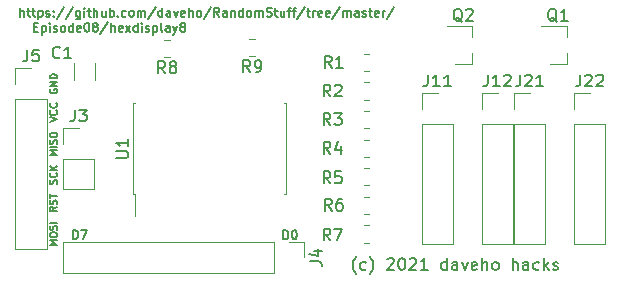
<source format=gbr>
%TF.GenerationSoftware,KiCad,Pcbnew,5.1.10-88a1d61d58~88~ubuntu20.04.1*%
%TF.CreationDate,2021-05-20T12:50:06-04:00*%
%TF.ProjectId,hexdisplay8,68657864-6973-4706-9c61-79382e6b6963,rev?*%
%TF.SameCoordinates,Original*%
%TF.FileFunction,Legend,Top*%
%TF.FilePolarity,Positive*%
%FSLAX46Y46*%
G04 Gerber Fmt 4.6, Leading zero omitted, Abs format (unit mm)*
G04 Created by KiCad (PCBNEW 5.1.10-88a1d61d58~88~ubuntu20.04.1) date 2021-05-20 12:50:06*
%MOMM*%
%LPD*%
G01*
G04 APERTURE LIST*
%ADD10C,0.150000*%
%ADD11C,0.120000*%
G04 APERTURE END LIST*
D10*
X140371428Y-118942857D02*
X139771428Y-118942857D01*
X140200000Y-118742857D01*
X139771428Y-118542857D01*
X140371428Y-118542857D01*
X139771428Y-118142857D02*
X139771428Y-118028571D01*
X139800000Y-117971428D01*
X139857142Y-117914285D01*
X139971428Y-117885714D01*
X140171428Y-117885714D01*
X140285714Y-117914285D01*
X140342857Y-117971428D01*
X140371428Y-118028571D01*
X140371428Y-118142857D01*
X140342857Y-118200000D01*
X140285714Y-118257142D01*
X140171428Y-118285714D01*
X139971428Y-118285714D01*
X139857142Y-118257142D01*
X139800000Y-118200000D01*
X139771428Y-118142857D01*
X140342857Y-117657142D02*
X140371428Y-117571428D01*
X140371428Y-117428571D01*
X140342857Y-117371428D01*
X140314285Y-117342857D01*
X140257142Y-117314285D01*
X140200000Y-117314285D01*
X140142857Y-117342857D01*
X140114285Y-117371428D01*
X140085714Y-117428571D01*
X140057142Y-117542857D01*
X140028571Y-117600000D01*
X140000000Y-117628571D01*
X139942857Y-117657142D01*
X139885714Y-117657142D01*
X139828571Y-117628571D01*
X139800000Y-117600000D01*
X139771428Y-117542857D01*
X139771428Y-117400000D01*
X139800000Y-117314285D01*
X140371428Y-117057142D02*
X139771428Y-117057142D01*
X140371428Y-115728571D02*
X140085714Y-115928571D01*
X140371428Y-116071428D02*
X139771428Y-116071428D01*
X139771428Y-115842857D01*
X139800000Y-115785714D01*
X139828571Y-115757142D01*
X139885714Y-115728571D01*
X139971428Y-115728571D01*
X140028571Y-115757142D01*
X140057142Y-115785714D01*
X140085714Y-115842857D01*
X140085714Y-116071428D01*
X140342857Y-115500000D02*
X140371428Y-115414285D01*
X140371428Y-115271428D01*
X140342857Y-115214285D01*
X140314285Y-115185714D01*
X140257142Y-115157142D01*
X140200000Y-115157142D01*
X140142857Y-115185714D01*
X140114285Y-115214285D01*
X140085714Y-115271428D01*
X140057142Y-115385714D01*
X140028571Y-115442857D01*
X140000000Y-115471428D01*
X139942857Y-115500000D01*
X139885714Y-115500000D01*
X139828571Y-115471428D01*
X139800000Y-115442857D01*
X139771428Y-115385714D01*
X139771428Y-115242857D01*
X139800000Y-115157142D01*
X139771428Y-114985714D02*
X139771428Y-114642857D01*
X140371428Y-114814285D02*
X139771428Y-114814285D01*
X140342857Y-113771428D02*
X140371428Y-113685714D01*
X140371428Y-113542857D01*
X140342857Y-113485714D01*
X140314285Y-113457142D01*
X140257142Y-113428571D01*
X140200000Y-113428571D01*
X140142857Y-113457142D01*
X140114285Y-113485714D01*
X140085714Y-113542857D01*
X140057142Y-113657142D01*
X140028571Y-113714285D01*
X140000000Y-113742857D01*
X139942857Y-113771428D01*
X139885714Y-113771428D01*
X139828571Y-113742857D01*
X139800000Y-113714285D01*
X139771428Y-113657142D01*
X139771428Y-113514285D01*
X139800000Y-113428571D01*
X140314285Y-112828571D02*
X140342857Y-112857142D01*
X140371428Y-112942857D01*
X140371428Y-113000000D01*
X140342857Y-113085714D01*
X140285714Y-113142857D01*
X140228571Y-113171428D01*
X140114285Y-113200000D01*
X140028571Y-113200000D01*
X139914285Y-113171428D01*
X139857142Y-113142857D01*
X139800000Y-113085714D01*
X139771428Y-113000000D01*
X139771428Y-112942857D01*
X139800000Y-112857142D01*
X139828571Y-112828571D01*
X140371428Y-112571428D02*
X139771428Y-112571428D01*
X140371428Y-112228571D02*
X140028571Y-112485714D01*
X139771428Y-112228571D02*
X140114285Y-112571428D01*
X140371428Y-111342857D02*
X139771428Y-111342857D01*
X140200000Y-111142857D01*
X139771428Y-110942857D01*
X140371428Y-110942857D01*
X140371428Y-110657142D02*
X139771428Y-110657142D01*
X140342857Y-110400000D02*
X140371428Y-110314285D01*
X140371428Y-110171428D01*
X140342857Y-110114285D01*
X140314285Y-110085714D01*
X140257142Y-110057142D01*
X140200000Y-110057142D01*
X140142857Y-110085714D01*
X140114285Y-110114285D01*
X140085714Y-110171428D01*
X140057142Y-110285714D01*
X140028571Y-110342857D01*
X140000000Y-110371428D01*
X139942857Y-110400000D01*
X139885714Y-110400000D01*
X139828571Y-110371428D01*
X139800000Y-110342857D01*
X139771428Y-110285714D01*
X139771428Y-110142857D01*
X139800000Y-110057142D01*
X139771428Y-109685714D02*
X139771428Y-109571428D01*
X139800000Y-109514285D01*
X139857142Y-109457142D01*
X139971428Y-109428571D01*
X140171428Y-109428571D01*
X140285714Y-109457142D01*
X140342857Y-109514285D01*
X140371428Y-109571428D01*
X140371428Y-109685714D01*
X140342857Y-109742857D01*
X140285714Y-109800000D01*
X140171428Y-109828571D01*
X139971428Y-109828571D01*
X139857142Y-109800000D01*
X139800000Y-109742857D01*
X139771428Y-109685714D01*
X139771428Y-108500000D02*
X140371428Y-108300000D01*
X139771428Y-108100000D01*
X140314285Y-107557142D02*
X140342857Y-107585714D01*
X140371428Y-107671428D01*
X140371428Y-107728571D01*
X140342857Y-107814285D01*
X140285714Y-107871428D01*
X140228571Y-107900000D01*
X140114285Y-107928571D01*
X140028571Y-107928571D01*
X139914285Y-107900000D01*
X139857142Y-107871428D01*
X139800000Y-107814285D01*
X139771428Y-107728571D01*
X139771428Y-107671428D01*
X139800000Y-107585714D01*
X139828571Y-107557142D01*
X140314285Y-106957142D02*
X140342857Y-106985714D01*
X140371428Y-107071428D01*
X140371428Y-107128571D01*
X140342857Y-107214285D01*
X140285714Y-107271428D01*
X140228571Y-107300000D01*
X140114285Y-107328571D01*
X140028571Y-107328571D01*
X139914285Y-107300000D01*
X139857142Y-107271428D01*
X139800000Y-107214285D01*
X139771428Y-107128571D01*
X139771428Y-107071428D01*
X139800000Y-106985714D01*
X139828571Y-106957142D01*
X139800000Y-105757142D02*
X139771428Y-105814285D01*
X139771428Y-105900000D01*
X139800000Y-105985714D01*
X139857142Y-106042857D01*
X139914285Y-106071428D01*
X140028571Y-106100000D01*
X140114285Y-106100000D01*
X140228571Y-106071428D01*
X140285714Y-106042857D01*
X140342857Y-105985714D01*
X140371428Y-105900000D01*
X140371428Y-105842857D01*
X140342857Y-105757142D01*
X140314285Y-105728571D01*
X140114285Y-105728571D01*
X140114285Y-105842857D01*
X140371428Y-105471428D02*
X139771428Y-105471428D01*
X140371428Y-105128571D01*
X139771428Y-105128571D01*
X140371428Y-104842857D02*
X139771428Y-104842857D01*
X139771428Y-104700000D01*
X139800000Y-104614285D01*
X139857142Y-104557142D01*
X139914285Y-104528571D01*
X140028571Y-104500000D01*
X140114285Y-104500000D01*
X140228571Y-104528571D01*
X140285714Y-104557142D01*
X140342857Y-104614285D01*
X140371428Y-104700000D01*
X140371428Y-104842857D01*
X159546428Y-118439285D02*
X159546428Y-117689285D01*
X159725000Y-117689285D01*
X159832142Y-117725000D01*
X159903571Y-117796428D01*
X159939285Y-117867857D01*
X159975000Y-118010714D01*
X159975000Y-118117857D01*
X159939285Y-118260714D01*
X159903571Y-118332142D01*
X159832142Y-118403571D01*
X159725000Y-118439285D01*
X159546428Y-118439285D01*
X160439285Y-117689285D02*
X160510714Y-117689285D01*
X160582142Y-117725000D01*
X160617857Y-117760714D01*
X160653571Y-117832142D01*
X160689285Y-117975000D01*
X160689285Y-118153571D01*
X160653571Y-118296428D01*
X160617857Y-118367857D01*
X160582142Y-118403571D01*
X160510714Y-118439285D01*
X160439285Y-118439285D01*
X160367857Y-118403571D01*
X160332142Y-118367857D01*
X160296428Y-118296428D01*
X160260714Y-118153571D01*
X160260714Y-117975000D01*
X160296428Y-117832142D01*
X160332142Y-117760714D01*
X160367857Y-117725000D01*
X160439285Y-117689285D01*
X141746428Y-118439285D02*
X141746428Y-117689285D01*
X141925000Y-117689285D01*
X142032142Y-117725000D01*
X142103571Y-117796428D01*
X142139285Y-117867857D01*
X142175000Y-118010714D01*
X142175000Y-118117857D01*
X142139285Y-118260714D01*
X142103571Y-118332142D01*
X142032142Y-118403571D01*
X141925000Y-118439285D01*
X141746428Y-118439285D01*
X142425000Y-117689285D02*
X142925000Y-117689285D01*
X142603571Y-118439285D01*
X137276071Y-99601785D02*
X137276071Y-98851785D01*
X137597500Y-99601785D02*
X137597500Y-99208928D01*
X137561785Y-99137500D01*
X137490357Y-99101785D01*
X137383214Y-99101785D01*
X137311785Y-99137500D01*
X137276071Y-99173214D01*
X137847500Y-99101785D02*
X138133214Y-99101785D01*
X137954642Y-98851785D02*
X137954642Y-99494642D01*
X137990357Y-99566071D01*
X138061785Y-99601785D01*
X138133214Y-99601785D01*
X138276071Y-99101785D02*
X138561785Y-99101785D01*
X138383214Y-98851785D02*
X138383214Y-99494642D01*
X138418928Y-99566071D01*
X138490357Y-99601785D01*
X138561785Y-99601785D01*
X138811785Y-99101785D02*
X138811785Y-99851785D01*
X138811785Y-99137500D02*
X138883214Y-99101785D01*
X139026071Y-99101785D01*
X139097500Y-99137500D01*
X139133214Y-99173214D01*
X139168928Y-99244642D01*
X139168928Y-99458928D01*
X139133214Y-99530357D01*
X139097500Y-99566071D01*
X139026071Y-99601785D01*
X138883214Y-99601785D01*
X138811785Y-99566071D01*
X139454642Y-99566071D02*
X139526071Y-99601785D01*
X139668928Y-99601785D01*
X139740357Y-99566071D01*
X139776071Y-99494642D01*
X139776071Y-99458928D01*
X139740357Y-99387500D01*
X139668928Y-99351785D01*
X139561785Y-99351785D01*
X139490357Y-99316071D01*
X139454642Y-99244642D01*
X139454642Y-99208928D01*
X139490357Y-99137500D01*
X139561785Y-99101785D01*
X139668928Y-99101785D01*
X139740357Y-99137500D01*
X140097500Y-99530357D02*
X140133214Y-99566071D01*
X140097500Y-99601785D01*
X140061785Y-99566071D01*
X140097500Y-99530357D01*
X140097500Y-99601785D01*
X140097500Y-99137500D02*
X140133214Y-99173214D01*
X140097500Y-99208928D01*
X140061785Y-99173214D01*
X140097500Y-99137500D01*
X140097500Y-99208928D01*
X140990357Y-98816071D02*
X140347500Y-99780357D01*
X141776071Y-98816071D02*
X141133214Y-99780357D01*
X142347500Y-99101785D02*
X142347500Y-99708928D01*
X142311785Y-99780357D01*
X142276071Y-99816071D01*
X142204642Y-99851785D01*
X142097500Y-99851785D01*
X142026071Y-99816071D01*
X142347500Y-99566071D02*
X142276071Y-99601785D01*
X142133214Y-99601785D01*
X142061785Y-99566071D01*
X142026071Y-99530357D01*
X141990357Y-99458928D01*
X141990357Y-99244642D01*
X142026071Y-99173214D01*
X142061785Y-99137500D01*
X142133214Y-99101785D01*
X142276071Y-99101785D01*
X142347500Y-99137500D01*
X142704642Y-99601785D02*
X142704642Y-99101785D01*
X142704642Y-98851785D02*
X142668928Y-98887500D01*
X142704642Y-98923214D01*
X142740357Y-98887500D01*
X142704642Y-98851785D01*
X142704642Y-98923214D01*
X142954642Y-99101785D02*
X143240357Y-99101785D01*
X143061785Y-98851785D02*
X143061785Y-99494642D01*
X143097500Y-99566071D01*
X143168928Y-99601785D01*
X143240357Y-99601785D01*
X143490357Y-99601785D02*
X143490357Y-98851785D01*
X143811785Y-99601785D02*
X143811785Y-99208928D01*
X143776071Y-99137500D01*
X143704642Y-99101785D01*
X143597500Y-99101785D01*
X143526071Y-99137500D01*
X143490357Y-99173214D01*
X144490357Y-99101785D02*
X144490357Y-99601785D01*
X144168928Y-99101785D02*
X144168928Y-99494642D01*
X144204642Y-99566071D01*
X144276071Y-99601785D01*
X144383214Y-99601785D01*
X144454642Y-99566071D01*
X144490357Y-99530357D01*
X144847500Y-99601785D02*
X144847500Y-98851785D01*
X144847500Y-99137500D02*
X144918928Y-99101785D01*
X145061785Y-99101785D01*
X145133214Y-99137500D01*
X145168928Y-99173214D01*
X145204642Y-99244642D01*
X145204642Y-99458928D01*
X145168928Y-99530357D01*
X145133214Y-99566071D01*
X145061785Y-99601785D01*
X144918928Y-99601785D01*
X144847500Y-99566071D01*
X145526071Y-99530357D02*
X145561785Y-99566071D01*
X145526071Y-99601785D01*
X145490357Y-99566071D01*
X145526071Y-99530357D01*
X145526071Y-99601785D01*
X146204642Y-99566071D02*
X146133214Y-99601785D01*
X145990357Y-99601785D01*
X145918928Y-99566071D01*
X145883214Y-99530357D01*
X145847500Y-99458928D01*
X145847500Y-99244642D01*
X145883214Y-99173214D01*
X145918928Y-99137500D01*
X145990357Y-99101785D01*
X146133214Y-99101785D01*
X146204642Y-99137500D01*
X146633214Y-99601785D02*
X146561785Y-99566071D01*
X146526071Y-99530357D01*
X146490357Y-99458928D01*
X146490357Y-99244642D01*
X146526071Y-99173214D01*
X146561785Y-99137500D01*
X146633214Y-99101785D01*
X146740357Y-99101785D01*
X146811785Y-99137500D01*
X146847500Y-99173214D01*
X146883214Y-99244642D01*
X146883214Y-99458928D01*
X146847500Y-99530357D01*
X146811785Y-99566071D01*
X146740357Y-99601785D01*
X146633214Y-99601785D01*
X147204642Y-99601785D02*
X147204642Y-99101785D01*
X147204642Y-99173214D02*
X147240357Y-99137500D01*
X147311785Y-99101785D01*
X147418928Y-99101785D01*
X147490357Y-99137500D01*
X147526071Y-99208928D01*
X147526071Y-99601785D01*
X147526071Y-99208928D02*
X147561785Y-99137500D01*
X147633214Y-99101785D01*
X147740357Y-99101785D01*
X147811785Y-99137500D01*
X147847500Y-99208928D01*
X147847500Y-99601785D01*
X148740357Y-98816071D02*
X148097500Y-99780357D01*
X149311785Y-99601785D02*
X149311785Y-98851785D01*
X149311785Y-99566071D02*
X149240357Y-99601785D01*
X149097500Y-99601785D01*
X149026071Y-99566071D01*
X148990357Y-99530357D01*
X148954642Y-99458928D01*
X148954642Y-99244642D01*
X148990357Y-99173214D01*
X149026071Y-99137500D01*
X149097500Y-99101785D01*
X149240357Y-99101785D01*
X149311785Y-99137500D01*
X149990357Y-99601785D02*
X149990357Y-99208928D01*
X149954642Y-99137500D01*
X149883214Y-99101785D01*
X149740357Y-99101785D01*
X149668928Y-99137500D01*
X149990357Y-99566071D02*
X149918928Y-99601785D01*
X149740357Y-99601785D01*
X149668928Y-99566071D01*
X149633214Y-99494642D01*
X149633214Y-99423214D01*
X149668928Y-99351785D01*
X149740357Y-99316071D01*
X149918928Y-99316071D01*
X149990357Y-99280357D01*
X150276071Y-99101785D02*
X150454642Y-99601785D01*
X150633214Y-99101785D01*
X151204642Y-99566071D02*
X151133214Y-99601785D01*
X150990357Y-99601785D01*
X150918928Y-99566071D01*
X150883214Y-99494642D01*
X150883214Y-99208928D01*
X150918928Y-99137500D01*
X150990357Y-99101785D01*
X151133214Y-99101785D01*
X151204642Y-99137500D01*
X151240357Y-99208928D01*
X151240357Y-99280357D01*
X150883214Y-99351785D01*
X151561785Y-99601785D02*
X151561785Y-98851785D01*
X151883214Y-99601785D02*
X151883214Y-99208928D01*
X151847500Y-99137500D01*
X151776071Y-99101785D01*
X151668928Y-99101785D01*
X151597500Y-99137500D01*
X151561785Y-99173214D01*
X152347500Y-99601785D02*
X152276071Y-99566071D01*
X152240357Y-99530357D01*
X152204642Y-99458928D01*
X152204642Y-99244642D01*
X152240357Y-99173214D01*
X152276071Y-99137500D01*
X152347500Y-99101785D01*
X152454642Y-99101785D01*
X152526071Y-99137500D01*
X152561785Y-99173214D01*
X152597500Y-99244642D01*
X152597500Y-99458928D01*
X152561785Y-99530357D01*
X152526071Y-99566071D01*
X152454642Y-99601785D01*
X152347500Y-99601785D01*
X153454642Y-98816071D02*
X152811785Y-99780357D01*
X154133214Y-99601785D02*
X153883214Y-99244642D01*
X153704642Y-99601785D02*
X153704642Y-98851785D01*
X153990357Y-98851785D01*
X154061785Y-98887500D01*
X154097500Y-98923214D01*
X154133214Y-98994642D01*
X154133214Y-99101785D01*
X154097500Y-99173214D01*
X154061785Y-99208928D01*
X153990357Y-99244642D01*
X153704642Y-99244642D01*
X154776071Y-99601785D02*
X154776071Y-99208928D01*
X154740357Y-99137500D01*
X154668928Y-99101785D01*
X154526071Y-99101785D01*
X154454642Y-99137500D01*
X154776071Y-99566071D02*
X154704642Y-99601785D01*
X154526071Y-99601785D01*
X154454642Y-99566071D01*
X154418928Y-99494642D01*
X154418928Y-99423214D01*
X154454642Y-99351785D01*
X154526071Y-99316071D01*
X154704642Y-99316071D01*
X154776071Y-99280357D01*
X155133214Y-99101785D02*
X155133214Y-99601785D01*
X155133214Y-99173214D02*
X155168928Y-99137500D01*
X155240357Y-99101785D01*
X155347500Y-99101785D01*
X155418928Y-99137500D01*
X155454642Y-99208928D01*
X155454642Y-99601785D01*
X156133214Y-99601785D02*
X156133214Y-98851785D01*
X156133214Y-99566071D02*
X156061785Y-99601785D01*
X155918928Y-99601785D01*
X155847500Y-99566071D01*
X155811785Y-99530357D01*
X155776071Y-99458928D01*
X155776071Y-99244642D01*
X155811785Y-99173214D01*
X155847500Y-99137500D01*
X155918928Y-99101785D01*
X156061785Y-99101785D01*
X156133214Y-99137500D01*
X156597500Y-99601785D02*
X156526071Y-99566071D01*
X156490357Y-99530357D01*
X156454642Y-99458928D01*
X156454642Y-99244642D01*
X156490357Y-99173214D01*
X156526071Y-99137500D01*
X156597500Y-99101785D01*
X156704642Y-99101785D01*
X156776071Y-99137500D01*
X156811785Y-99173214D01*
X156847500Y-99244642D01*
X156847500Y-99458928D01*
X156811785Y-99530357D01*
X156776071Y-99566071D01*
X156704642Y-99601785D01*
X156597500Y-99601785D01*
X157168928Y-99601785D02*
X157168928Y-99101785D01*
X157168928Y-99173214D02*
X157204642Y-99137500D01*
X157276071Y-99101785D01*
X157383214Y-99101785D01*
X157454642Y-99137500D01*
X157490357Y-99208928D01*
X157490357Y-99601785D01*
X157490357Y-99208928D02*
X157526071Y-99137500D01*
X157597500Y-99101785D01*
X157704642Y-99101785D01*
X157776071Y-99137500D01*
X157811785Y-99208928D01*
X157811785Y-99601785D01*
X158133214Y-99566071D02*
X158240357Y-99601785D01*
X158418928Y-99601785D01*
X158490357Y-99566071D01*
X158526071Y-99530357D01*
X158561785Y-99458928D01*
X158561785Y-99387500D01*
X158526071Y-99316071D01*
X158490357Y-99280357D01*
X158418928Y-99244642D01*
X158276071Y-99208928D01*
X158204642Y-99173214D01*
X158168928Y-99137500D01*
X158133214Y-99066071D01*
X158133214Y-98994642D01*
X158168928Y-98923214D01*
X158204642Y-98887500D01*
X158276071Y-98851785D01*
X158454642Y-98851785D01*
X158561785Y-98887500D01*
X158776071Y-99101785D02*
X159061785Y-99101785D01*
X158883214Y-98851785D02*
X158883214Y-99494642D01*
X158918928Y-99566071D01*
X158990357Y-99601785D01*
X159061785Y-99601785D01*
X159633214Y-99101785D02*
X159633214Y-99601785D01*
X159311785Y-99101785D02*
X159311785Y-99494642D01*
X159347500Y-99566071D01*
X159418928Y-99601785D01*
X159526071Y-99601785D01*
X159597500Y-99566071D01*
X159633214Y-99530357D01*
X159883214Y-99101785D02*
X160168928Y-99101785D01*
X159990357Y-99601785D02*
X159990357Y-98958928D01*
X160026071Y-98887500D01*
X160097500Y-98851785D01*
X160168928Y-98851785D01*
X160311785Y-99101785D02*
X160597500Y-99101785D01*
X160418928Y-99601785D02*
X160418928Y-98958928D01*
X160454642Y-98887500D01*
X160526071Y-98851785D01*
X160597500Y-98851785D01*
X161383214Y-98816071D02*
X160740357Y-99780357D01*
X161526071Y-99101785D02*
X161811785Y-99101785D01*
X161633214Y-98851785D02*
X161633214Y-99494642D01*
X161668928Y-99566071D01*
X161740357Y-99601785D01*
X161811785Y-99601785D01*
X162061785Y-99601785D02*
X162061785Y-99101785D01*
X162061785Y-99244642D02*
X162097500Y-99173214D01*
X162133214Y-99137500D01*
X162204642Y-99101785D01*
X162276071Y-99101785D01*
X162811785Y-99566071D02*
X162740357Y-99601785D01*
X162597500Y-99601785D01*
X162526071Y-99566071D01*
X162490357Y-99494642D01*
X162490357Y-99208928D01*
X162526071Y-99137500D01*
X162597500Y-99101785D01*
X162740357Y-99101785D01*
X162811785Y-99137500D01*
X162847500Y-99208928D01*
X162847500Y-99280357D01*
X162490357Y-99351785D01*
X163454642Y-99566071D02*
X163383214Y-99601785D01*
X163240357Y-99601785D01*
X163168928Y-99566071D01*
X163133214Y-99494642D01*
X163133214Y-99208928D01*
X163168928Y-99137500D01*
X163240357Y-99101785D01*
X163383214Y-99101785D01*
X163454642Y-99137500D01*
X163490357Y-99208928D01*
X163490357Y-99280357D01*
X163133214Y-99351785D01*
X164347500Y-98816071D02*
X163704642Y-99780357D01*
X164597500Y-99601785D02*
X164597500Y-99101785D01*
X164597500Y-99173214D02*
X164633214Y-99137500D01*
X164704642Y-99101785D01*
X164811785Y-99101785D01*
X164883214Y-99137500D01*
X164918928Y-99208928D01*
X164918928Y-99601785D01*
X164918928Y-99208928D02*
X164954642Y-99137500D01*
X165026071Y-99101785D01*
X165133214Y-99101785D01*
X165204642Y-99137500D01*
X165240357Y-99208928D01*
X165240357Y-99601785D01*
X165918928Y-99601785D02*
X165918928Y-99208928D01*
X165883214Y-99137500D01*
X165811785Y-99101785D01*
X165668928Y-99101785D01*
X165597500Y-99137500D01*
X165918928Y-99566071D02*
X165847500Y-99601785D01*
X165668928Y-99601785D01*
X165597500Y-99566071D01*
X165561785Y-99494642D01*
X165561785Y-99423214D01*
X165597500Y-99351785D01*
X165668928Y-99316071D01*
X165847500Y-99316071D01*
X165918928Y-99280357D01*
X166240357Y-99566071D02*
X166311785Y-99601785D01*
X166454642Y-99601785D01*
X166526071Y-99566071D01*
X166561785Y-99494642D01*
X166561785Y-99458928D01*
X166526071Y-99387500D01*
X166454642Y-99351785D01*
X166347500Y-99351785D01*
X166276071Y-99316071D01*
X166240357Y-99244642D01*
X166240357Y-99208928D01*
X166276071Y-99137500D01*
X166347500Y-99101785D01*
X166454642Y-99101785D01*
X166526071Y-99137500D01*
X166776071Y-99101785D02*
X167061785Y-99101785D01*
X166883214Y-98851785D02*
X166883214Y-99494642D01*
X166918928Y-99566071D01*
X166990357Y-99601785D01*
X167061785Y-99601785D01*
X167597500Y-99566071D02*
X167526071Y-99601785D01*
X167383214Y-99601785D01*
X167311785Y-99566071D01*
X167276071Y-99494642D01*
X167276071Y-99208928D01*
X167311785Y-99137500D01*
X167383214Y-99101785D01*
X167526071Y-99101785D01*
X167597500Y-99137500D01*
X167633214Y-99208928D01*
X167633214Y-99280357D01*
X167276071Y-99351785D01*
X167954642Y-99601785D02*
X167954642Y-99101785D01*
X167954642Y-99244642D02*
X167990357Y-99173214D01*
X168026071Y-99137500D01*
X168097500Y-99101785D01*
X168168928Y-99101785D01*
X168954642Y-98816071D02*
X168311785Y-99780357D01*
X138418928Y-100483928D02*
X138668928Y-100483928D01*
X138776071Y-100876785D02*
X138418928Y-100876785D01*
X138418928Y-100126785D01*
X138776071Y-100126785D01*
X139097500Y-100376785D02*
X139097500Y-101126785D01*
X139097500Y-100412500D02*
X139168928Y-100376785D01*
X139311785Y-100376785D01*
X139383214Y-100412500D01*
X139418928Y-100448214D01*
X139454642Y-100519642D01*
X139454642Y-100733928D01*
X139418928Y-100805357D01*
X139383214Y-100841071D01*
X139311785Y-100876785D01*
X139168928Y-100876785D01*
X139097500Y-100841071D01*
X139776071Y-100876785D02*
X139776071Y-100376785D01*
X139776071Y-100126785D02*
X139740357Y-100162500D01*
X139776071Y-100198214D01*
X139811785Y-100162500D01*
X139776071Y-100126785D01*
X139776071Y-100198214D01*
X140097500Y-100841071D02*
X140168928Y-100876785D01*
X140311785Y-100876785D01*
X140383214Y-100841071D01*
X140418928Y-100769642D01*
X140418928Y-100733928D01*
X140383214Y-100662500D01*
X140311785Y-100626785D01*
X140204642Y-100626785D01*
X140133214Y-100591071D01*
X140097500Y-100519642D01*
X140097500Y-100483928D01*
X140133214Y-100412500D01*
X140204642Y-100376785D01*
X140311785Y-100376785D01*
X140383214Y-100412500D01*
X140847500Y-100876785D02*
X140776071Y-100841071D01*
X140740357Y-100805357D01*
X140704642Y-100733928D01*
X140704642Y-100519642D01*
X140740357Y-100448214D01*
X140776071Y-100412500D01*
X140847500Y-100376785D01*
X140954642Y-100376785D01*
X141026071Y-100412500D01*
X141061785Y-100448214D01*
X141097500Y-100519642D01*
X141097500Y-100733928D01*
X141061785Y-100805357D01*
X141026071Y-100841071D01*
X140954642Y-100876785D01*
X140847500Y-100876785D01*
X141740357Y-100876785D02*
X141740357Y-100126785D01*
X141740357Y-100841071D02*
X141668928Y-100876785D01*
X141526071Y-100876785D01*
X141454642Y-100841071D01*
X141418928Y-100805357D01*
X141383214Y-100733928D01*
X141383214Y-100519642D01*
X141418928Y-100448214D01*
X141454642Y-100412500D01*
X141526071Y-100376785D01*
X141668928Y-100376785D01*
X141740357Y-100412500D01*
X142383214Y-100841071D02*
X142311785Y-100876785D01*
X142168928Y-100876785D01*
X142097500Y-100841071D01*
X142061785Y-100769642D01*
X142061785Y-100483928D01*
X142097500Y-100412500D01*
X142168928Y-100376785D01*
X142311785Y-100376785D01*
X142383214Y-100412500D01*
X142418928Y-100483928D01*
X142418928Y-100555357D01*
X142061785Y-100626785D01*
X142883214Y-100126785D02*
X142954642Y-100126785D01*
X143026071Y-100162500D01*
X143061785Y-100198214D01*
X143097500Y-100269642D01*
X143133214Y-100412500D01*
X143133214Y-100591071D01*
X143097500Y-100733928D01*
X143061785Y-100805357D01*
X143026071Y-100841071D01*
X142954642Y-100876785D01*
X142883214Y-100876785D01*
X142811785Y-100841071D01*
X142776071Y-100805357D01*
X142740357Y-100733928D01*
X142704642Y-100591071D01*
X142704642Y-100412500D01*
X142740357Y-100269642D01*
X142776071Y-100198214D01*
X142811785Y-100162500D01*
X142883214Y-100126785D01*
X143561785Y-100448214D02*
X143490357Y-100412500D01*
X143454642Y-100376785D01*
X143418928Y-100305357D01*
X143418928Y-100269642D01*
X143454642Y-100198214D01*
X143490357Y-100162500D01*
X143561785Y-100126785D01*
X143704642Y-100126785D01*
X143776071Y-100162500D01*
X143811785Y-100198214D01*
X143847500Y-100269642D01*
X143847500Y-100305357D01*
X143811785Y-100376785D01*
X143776071Y-100412500D01*
X143704642Y-100448214D01*
X143561785Y-100448214D01*
X143490357Y-100483928D01*
X143454642Y-100519642D01*
X143418928Y-100591071D01*
X143418928Y-100733928D01*
X143454642Y-100805357D01*
X143490357Y-100841071D01*
X143561785Y-100876785D01*
X143704642Y-100876785D01*
X143776071Y-100841071D01*
X143811785Y-100805357D01*
X143847500Y-100733928D01*
X143847500Y-100591071D01*
X143811785Y-100519642D01*
X143776071Y-100483928D01*
X143704642Y-100448214D01*
X144704642Y-100091071D02*
X144061785Y-101055357D01*
X144954642Y-100876785D02*
X144954642Y-100126785D01*
X145276071Y-100876785D02*
X145276071Y-100483928D01*
X145240357Y-100412500D01*
X145168928Y-100376785D01*
X145061785Y-100376785D01*
X144990357Y-100412500D01*
X144954642Y-100448214D01*
X145918928Y-100841071D02*
X145847500Y-100876785D01*
X145704642Y-100876785D01*
X145633214Y-100841071D01*
X145597500Y-100769642D01*
X145597500Y-100483928D01*
X145633214Y-100412500D01*
X145704642Y-100376785D01*
X145847500Y-100376785D01*
X145918928Y-100412500D01*
X145954642Y-100483928D01*
X145954642Y-100555357D01*
X145597500Y-100626785D01*
X146204642Y-100876785D02*
X146597500Y-100376785D01*
X146204642Y-100376785D02*
X146597500Y-100876785D01*
X147204642Y-100876785D02*
X147204642Y-100126785D01*
X147204642Y-100841071D02*
X147133214Y-100876785D01*
X146990357Y-100876785D01*
X146918928Y-100841071D01*
X146883214Y-100805357D01*
X146847500Y-100733928D01*
X146847500Y-100519642D01*
X146883214Y-100448214D01*
X146918928Y-100412500D01*
X146990357Y-100376785D01*
X147133214Y-100376785D01*
X147204642Y-100412500D01*
X147561785Y-100876785D02*
X147561785Y-100376785D01*
X147561785Y-100126785D02*
X147526071Y-100162500D01*
X147561785Y-100198214D01*
X147597500Y-100162500D01*
X147561785Y-100126785D01*
X147561785Y-100198214D01*
X147883214Y-100841071D02*
X147954642Y-100876785D01*
X148097500Y-100876785D01*
X148168928Y-100841071D01*
X148204642Y-100769642D01*
X148204642Y-100733928D01*
X148168928Y-100662500D01*
X148097500Y-100626785D01*
X147990357Y-100626785D01*
X147918928Y-100591071D01*
X147883214Y-100519642D01*
X147883214Y-100483928D01*
X147918928Y-100412500D01*
X147990357Y-100376785D01*
X148097500Y-100376785D01*
X148168928Y-100412500D01*
X148526071Y-100376785D02*
X148526071Y-101126785D01*
X148526071Y-100412500D02*
X148597500Y-100376785D01*
X148740357Y-100376785D01*
X148811785Y-100412500D01*
X148847500Y-100448214D01*
X148883214Y-100519642D01*
X148883214Y-100733928D01*
X148847500Y-100805357D01*
X148811785Y-100841071D01*
X148740357Y-100876785D01*
X148597500Y-100876785D01*
X148526071Y-100841071D01*
X149311785Y-100876785D02*
X149240357Y-100841071D01*
X149204642Y-100769642D01*
X149204642Y-100126785D01*
X149918928Y-100876785D02*
X149918928Y-100483928D01*
X149883214Y-100412500D01*
X149811785Y-100376785D01*
X149668928Y-100376785D01*
X149597500Y-100412500D01*
X149918928Y-100841071D02*
X149847500Y-100876785D01*
X149668928Y-100876785D01*
X149597500Y-100841071D01*
X149561785Y-100769642D01*
X149561785Y-100698214D01*
X149597500Y-100626785D01*
X149668928Y-100591071D01*
X149847500Y-100591071D01*
X149918928Y-100555357D01*
X150204642Y-100376785D02*
X150383214Y-100876785D01*
X150561785Y-100376785D02*
X150383214Y-100876785D01*
X150311785Y-101055357D01*
X150276071Y-101091071D01*
X150204642Y-101126785D01*
X150954642Y-100448214D02*
X150883214Y-100412500D01*
X150847500Y-100376785D01*
X150811785Y-100305357D01*
X150811785Y-100269642D01*
X150847500Y-100198214D01*
X150883214Y-100162500D01*
X150954642Y-100126785D01*
X151097500Y-100126785D01*
X151168928Y-100162500D01*
X151204642Y-100198214D01*
X151240357Y-100269642D01*
X151240357Y-100305357D01*
X151204642Y-100376785D01*
X151168928Y-100412500D01*
X151097500Y-100448214D01*
X150954642Y-100448214D01*
X150883214Y-100483928D01*
X150847500Y-100519642D01*
X150811785Y-100591071D01*
X150811785Y-100733928D01*
X150847500Y-100805357D01*
X150883214Y-100841071D01*
X150954642Y-100876785D01*
X151097500Y-100876785D01*
X151168928Y-100841071D01*
X151204642Y-100805357D01*
X151240357Y-100733928D01*
X151240357Y-100591071D01*
X151204642Y-100519642D01*
X151168928Y-100483928D01*
X151097500Y-100448214D01*
X165719047Y-121433333D02*
X165671428Y-121385714D01*
X165576190Y-121242857D01*
X165528571Y-121147619D01*
X165480952Y-121004761D01*
X165433333Y-120766666D01*
X165433333Y-120576190D01*
X165480952Y-120338095D01*
X165528571Y-120195238D01*
X165576190Y-120100000D01*
X165671428Y-119957142D01*
X165719047Y-119909523D01*
X166528571Y-121004761D02*
X166433333Y-121052380D01*
X166242857Y-121052380D01*
X166147619Y-121004761D01*
X166100000Y-120957142D01*
X166052380Y-120861904D01*
X166052380Y-120576190D01*
X166100000Y-120480952D01*
X166147619Y-120433333D01*
X166242857Y-120385714D01*
X166433333Y-120385714D01*
X166528571Y-120433333D01*
X166861904Y-121433333D02*
X166909523Y-121385714D01*
X167004761Y-121242857D01*
X167052380Y-121147619D01*
X167100000Y-121004761D01*
X167147619Y-120766666D01*
X167147619Y-120576190D01*
X167100000Y-120338095D01*
X167052380Y-120195238D01*
X167004761Y-120100000D01*
X166909523Y-119957142D01*
X166861904Y-119909523D01*
X168338095Y-120147619D02*
X168385714Y-120100000D01*
X168480952Y-120052380D01*
X168719047Y-120052380D01*
X168814285Y-120100000D01*
X168861904Y-120147619D01*
X168909523Y-120242857D01*
X168909523Y-120338095D01*
X168861904Y-120480952D01*
X168290476Y-121052380D01*
X168909523Y-121052380D01*
X169528571Y-120052380D02*
X169623809Y-120052380D01*
X169719047Y-120100000D01*
X169766666Y-120147619D01*
X169814285Y-120242857D01*
X169861904Y-120433333D01*
X169861904Y-120671428D01*
X169814285Y-120861904D01*
X169766666Y-120957142D01*
X169719047Y-121004761D01*
X169623809Y-121052380D01*
X169528571Y-121052380D01*
X169433333Y-121004761D01*
X169385714Y-120957142D01*
X169338095Y-120861904D01*
X169290476Y-120671428D01*
X169290476Y-120433333D01*
X169338095Y-120242857D01*
X169385714Y-120147619D01*
X169433333Y-120100000D01*
X169528571Y-120052380D01*
X170242857Y-120147619D02*
X170290476Y-120100000D01*
X170385714Y-120052380D01*
X170623809Y-120052380D01*
X170719047Y-120100000D01*
X170766666Y-120147619D01*
X170814285Y-120242857D01*
X170814285Y-120338095D01*
X170766666Y-120480952D01*
X170195238Y-121052380D01*
X170814285Y-121052380D01*
X171766666Y-121052380D02*
X171195238Y-121052380D01*
X171480952Y-121052380D02*
X171480952Y-120052380D01*
X171385714Y-120195238D01*
X171290476Y-120290476D01*
X171195238Y-120338095D01*
X173385714Y-121052380D02*
X173385714Y-120052380D01*
X173385714Y-121004761D02*
X173290476Y-121052380D01*
X173100000Y-121052380D01*
X173004761Y-121004761D01*
X172957142Y-120957142D01*
X172909523Y-120861904D01*
X172909523Y-120576190D01*
X172957142Y-120480952D01*
X173004761Y-120433333D01*
X173100000Y-120385714D01*
X173290476Y-120385714D01*
X173385714Y-120433333D01*
X174290476Y-121052380D02*
X174290476Y-120528571D01*
X174242857Y-120433333D01*
X174147619Y-120385714D01*
X173957142Y-120385714D01*
X173861904Y-120433333D01*
X174290476Y-121004761D02*
X174195238Y-121052380D01*
X173957142Y-121052380D01*
X173861904Y-121004761D01*
X173814285Y-120909523D01*
X173814285Y-120814285D01*
X173861904Y-120719047D01*
X173957142Y-120671428D01*
X174195238Y-120671428D01*
X174290476Y-120623809D01*
X174671428Y-120385714D02*
X174909523Y-121052380D01*
X175147619Y-120385714D01*
X175909523Y-121004761D02*
X175814285Y-121052380D01*
X175623809Y-121052380D01*
X175528571Y-121004761D01*
X175480952Y-120909523D01*
X175480952Y-120528571D01*
X175528571Y-120433333D01*
X175623809Y-120385714D01*
X175814285Y-120385714D01*
X175909523Y-120433333D01*
X175957142Y-120528571D01*
X175957142Y-120623809D01*
X175480952Y-120719047D01*
X176385714Y-121052380D02*
X176385714Y-120052380D01*
X176814285Y-121052380D02*
X176814285Y-120528571D01*
X176766666Y-120433333D01*
X176671428Y-120385714D01*
X176528571Y-120385714D01*
X176433333Y-120433333D01*
X176385714Y-120480952D01*
X177433333Y-121052380D02*
X177338095Y-121004761D01*
X177290476Y-120957142D01*
X177242857Y-120861904D01*
X177242857Y-120576190D01*
X177290476Y-120480952D01*
X177338095Y-120433333D01*
X177433333Y-120385714D01*
X177576190Y-120385714D01*
X177671428Y-120433333D01*
X177719047Y-120480952D01*
X177766666Y-120576190D01*
X177766666Y-120861904D01*
X177719047Y-120957142D01*
X177671428Y-121004761D01*
X177576190Y-121052380D01*
X177433333Y-121052380D01*
X178957142Y-121052380D02*
X178957142Y-120052380D01*
X179385714Y-121052380D02*
X179385714Y-120528571D01*
X179338095Y-120433333D01*
X179242857Y-120385714D01*
X179100000Y-120385714D01*
X179004761Y-120433333D01*
X178957142Y-120480952D01*
X180290476Y-121052380D02*
X180290476Y-120528571D01*
X180242857Y-120433333D01*
X180147619Y-120385714D01*
X179957142Y-120385714D01*
X179861904Y-120433333D01*
X180290476Y-121004761D02*
X180195238Y-121052380D01*
X179957142Y-121052380D01*
X179861904Y-121004761D01*
X179814285Y-120909523D01*
X179814285Y-120814285D01*
X179861904Y-120719047D01*
X179957142Y-120671428D01*
X180195238Y-120671428D01*
X180290476Y-120623809D01*
X181195238Y-121004761D02*
X181100000Y-121052380D01*
X180909523Y-121052380D01*
X180814285Y-121004761D01*
X180766666Y-120957142D01*
X180719047Y-120861904D01*
X180719047Y-120576190D01*
X180766666Y-120480952D01*
X180814285Y-120433333D01*
X180909523Y-120385714D01*
X181100000Y-120385714D01*
X181195238Y-120433333D01*
X181623809Y-121052380D02*
X181623809Y-120052380D01*
X181719047Y-120671428D02*
X182004761Y-121052380D01*
X182004761Y-120385714D02*
X181623809Y-120766666D01*
X182385714Y-121004761D02*
X182480952Y-121052380D01*
X182671428Y-121052380D01*
X182766666Y-121004761D01*
X182814285Y-120909523D01*
X182814285Y-120861904D01*
X182766666Y-120766666D01*
X182671428Y-120719047D01*
X182528571Y-120719047D01*
X182433333Y-120671428D01*
X182385714Y-120576190D01*
X182385714Y-120528571D01*
X182433333Y-120433333D01*
X182528571Y-120385714D01*
X182671428Y-120385714D01*
X182766666Y-120433333D01*
D11*
%TO.C,C1*%
X141790000Y-104948752D02*
X141790000Y-103526248D01*
X143610000Y-104948752D02*
X143610000Y-103526248D01*
%TO.C,J3*%
X140890000Y-114230000D02*
X143550000Y-114230000D01*
X140890000Y-111630000D02*
X140890000Y-114230000D01*
X143550000Y-111630000D02*
X143550000Y-114230000D01*
X140890000Y-111630000D02*
X143550000Y-111630000D01*
X140890000Y-110360000D02*
X140890000Y-109030000D01*
X140890000Y-109030000D02*
X142220000Y-109030000D01*
%TO.C,J4*%
X140890000Y-118670000D02*
X140890000Y-121330000D01*
X158730000Y-118670000D02*
X140890000Y-118670000D01*
X158730000Y-121330000D02*
X140890000Y-121330000D01*
X158730000Y-118670000D02*
X158730000Y-121330000D01*
X160000000Y-118670000D02*
X161330000Y-118670000D01*
X161330000Y-118670000D02*
X161330000Y-120000000D01*
%TO.C,J5*%
X136870000Y-119310000D02*
X139530000Y-119310000D01*
X136870000Y-106550000D02*
X136870000Y-119310000D01*
X139530000Y-106550000D02*
X139530000Y-119310000D01*
X136870000Y-106550000D02*
X139530000Y-106550000D01*
X136870000Y-105280000D02*
X136870000Y-103950000D01*
X136870000Y-103950000D02*
X138200000Y-103950000D01*
%TO.C,Q1*%
X183560000Y-103580000D02*
X183560000Y-102650000D01*
X183560000Y-100420000D02*
X183560000Y-101350000D01*
X183560000Y-100420000D02*
X181400000Y-100420000D01*
X183560000Y-103580000D02*
X182100000Y-103580000D01*
%TO.C,Q2*%
X175560000Y-103580000D02*
X174100000Y-103580000D01*
X175560000Y-100420000D02*
X173400000Y-100420000D01*
X175560000Y-100420000D02*
X175560000Y-101350000D01*
X175560000Y-103580000D02*
X175560000Y-102650000D01*
%TO.C,R1*%
X166827064Y-104235000D02*
X166372936Y-104235000D01*
X166827064Y-102765000D02*
X166372936Y-102765000D01*
%TO.C,R2*%
X166827064Y-105181666D02*
X166372936Y-105181666D01*
X166827064Y-106651666D02*
X166372936Y-106651666D01*
%TO.C,R3*%
X166827064Y-109068332D02*
X166372936Y-109068332D01*
X166827064Y-107598332D02*
X166372936Y-107598332D01*
%TO.C,R4*%
X166827064Y-110014998D02*
X166372936Y-110014998D01*
X166827064Y-111484998D02*
X166372936Y-111484998D01*
%TO.C,R5*%
X166827064Y-113901664D02*
X166372936Y-113901664D01*
X166827064Y-112431664D02*
X166372936Y-112431664D01*
%TO.C,R6*%
X166827064Y-114848330D02*
X166372936Y-114848330D01*
X166827064Y-116318330D02*
X166372936Y-116318330D01*
%TO.C,R7*%
X166827064Y-118735000D02*
X166372936Y-118735000D01*
X166827064Y-117265000D02*
X166372936Y-117265000D01*
%TO.C,R8*%
X149927064Y-101565000D02*
X149472936Y-101565000D01*
X149927064Y-103035000D02*
X149472936Y-103035000D01*
%TO.C,R9*%
X157127064Y-102935000D02*
X156672936Y-102935000D01*
X157127064Y-101465000D02*
X156672936Y-101465000D01*
%TO.C,U1*%
X159810000Y-110800000D02*
X159810000Y-106940000D01*
X159810000Y-106940000D02*
X159575000Y-106940000D01*
X159810000Y-110800000D02*
X159810000Y-114660000D01*
X159810000Y-114660000D02*
X159575000Y-114660000D01*
X146790000Y-110800000D02*
X146790000Y-106940000D01*
X146790000Y-106940000D02*
X147025000Y-106940000D01*
X146790000Y-110800000D02*
X146790000Y-114660000D01*
X146790000Y-114660000D02*
X147025000Y-114660000D01*
X147025000Y-114660000D02*
X147025000Y-116475000D01*
%TO.C,J11*%
X171270000Y-106070000D02*
X172600000Y-106070000D01*
X171270000Y-107400000D02*
X171270000Y-106070000D01*
X171270000Y-108670000D02*
X173930000Y-108670000D01*
X173930000Y-108670000D02*
X173930000Y-118890000D01*
X171270000Y-108670000D02*
X171270000Y-118890000D01*
X171270000Y-118890000D02*
X173930000Y-118890000D01*
%TO.C,J12*%
X176350000Y-118890000D02*
X179010000Y-118890000D01*
X176350000Y-108670000D02*
X176350000Y-118890000D01*
X179010000Y-108670000D02*
X179010000Y-118890000D01*
X176350000Y-108670000D02*
X179010000Y-108670000D01*
X176350000Y-107400000D02*
X176350000Y-106070000D01*
X176350000Y-106070000D02*
X177680000Y-106070000D01*
%TO.C,J21*%
X179070000Y-106070000D02*
X180400000Y-106070000D01*
X179070000Y-107400000D02*
X179070000Y-106070000D01*
X179070000Y-108670000D02*
X181730000Y-108670000D01*
X181730000Y-108670000D02*
X181730000Y-118890000D01*
X179070000Y-108670000D02*
X179070000Y-118890000D01*
X179070000Y-118890000D02*
X181730000Y-118890000D01*
%TO.C,J22*%
X184150000Y-118890000D02*
X186810000Y-118890000D01*
X184150000Y-108670000D02*
X184150000Y-118890000D01*
X186810000Y-108670000D02*
X186810000Y-118890000D01*
X184150000Y-108670000D02*
X186810000Y-108670000D01*
X184150000Y-107400000D02*
X184150000Y-106070000D01*
X184150000Y-106070000D02*
X185480000Y-106070000D01*
%TO.C,C1*%
D10*
X140633333Y-103057142D02*
X140585714Y-103104761D01*
X140442857Y-103152380D01*
X140347619Y-103152380D01*
X140204761Y-103104761D01*
X140109523Y-103009523D01*
X140061904Y-102914285D01*
X140014285Y-102723809D01*
X140014285Y-102580952D01*
X140061904Y-102390476D01*
X140109523Y-102295238D01*
X140204761Y-102200000D01*
X140347619Y-102152380D01*
X140442857Y-102152380D01*
X140585714Y-102200000D01*
X140633333Y-102247619D01*
X141585714Y-103152380D02*
X141014285Y-103152380D01*
X141300000Y-103152380D02*
X141300000Y-102152380D01*
X141204761Y-102295238D01*
X141109523Y-102390476D01*
X141014285Y-102438095D01*
%TO.C,J3*%
X141886666Y-107482380D02*
X141886666Y-108196666D01*
X141839047Y-108339523D01*
X141743809Y-108434761D01*
X141600952Y-108482380D01*
X141505714Y-108482380D01*
X142267619Y-107482380D02*
X142886666Y-107482380D01*
X142553333Y-107863333D01*
X142696190Y-107863333D01*
X142791428Y-107910952D01*
X142839047Y-107958571D01*
X142886666Y-108053809D01*
X142886666Y-108291904D01*
X142839047Y-108387142D01*
X142791428Y-108434761D01*
X142696190Y-108482380D01*
X142410476Y-108482380D01*
X142315238Y-108434761D01*
X142267619Y-108387142D01*
%TO.C,J4*%
X161782380Y-120333333D02*
X162496666Y-120333333D01*
X162639523Y-120380952D01*
X162734761Y-120476190D01*
X162782380Y-120619047D01*
X162782380Y-120714285D01*
X162115714Y-119428571D02*
X162782380Y-119428571D01*
X161734761Y-119666666D02*
X162449047Y-119904761D01*
X162449047Y-119285714D01*
%TO.C,J5*%
X137866666Y-102402380D02*
X137866666Y-103116666D01*
X137819047Y-103259523D01*
X137723809Y-103354761D01*
X137580952Y-103402380D01*
X137485714Y-103402380D01*
X138819047Y-102402380D02*
X138342857Y-102402380D01*
X138295238Y-102878571D01*
X138342857Y-102830952D01*
X138438095Y-102783333D01*
X138676190Y-102783333D01*
X138771428Y-102830952D01*
X138819047Y-102878571D01*
X138866666Y-102973809D01*
X138866666Y-103211904D01*
X138819047Y-103307142D01*
X138771428Y-103354761D01*
X138676190Y-103402380D01*
X138438095Y-103402380D01*
X138342857Y-103354761D01*
X138295238Y-103307142D01*
%TO.C,Q1*%
X182704761Y-100047619D02*
X182609523Y-100000000D01*
X182514285Y-99904761D01*
X182371428Y-99761904D01*
X182276190Y-99714285D01*
X182180952Y-99714285D01*
X182228571Y-99952380D02*
X182133333Y-99904761D01*
X182038095Y-99809523D01*
X181990476Y-99619047D01*
X181990476Y-99285714D01*
X182038095Y-99095238D01*
X182133333Y-99000000D01*
X182228571Y-98952380D01*
X182419047Y-98952380D01*
X182514285Y-99000000D01*
X182609523Y-99095238D01*
X182657142Y-99285714D01*
X182657142Y-99619047D01*
X182609523Y-99809523D01*
X182514285Y-99904761D01*
X182419047Y-99952380D01*
X182228571Y-99952380D01*
X183609523Y-99952380D02*
X183038095Y-99952380D01*
X183323809Y-99952380D02*
X183323809Y-98952380D01*
X183228571Y-99095238D01*
X183133333Y-99190476D01*
X183038095Y-99238095D01*
%TO.C,Q2*%
X174704761Y-100047619D02*
X174609523Y-100000000D01*
X174514285Y-99904761D01*
X174371428Y-99761904D01*
X174276190Y-99714285D01*
X174180952Y-99714285D01*
X174228571Y-99952380D02*
X174133333Y-99904761D01*
X174038095Y-99809523D01*
X173990476Y-99619047D01*
X173990476Y-99285714D01*
X174038095Y-99095238D01*
X174133333Y-99000000D01*
X174228571Y-98952380D01*
X174419047Y-98952380D01*
X174514285Y-99000000D01*
X174609523Y-99095238D01*
X174657142Y-99285714D01*
X174657142Y-99619047D01*
X174609523Y-99809523D01*
X174514285Y-99904761D01*
X174419047Y-99952380D01*
X174228571Y-99952380D01*
X175038095Y-99047619D02*
X175085714Y-99000000D01*
X175180952Y-98952380D01*
X175419047Y-98952380D01*
X175514285Y-99000000D01*
X175561904Y-99047619D01*
X175609523Y-99142857D01*
X175609523Y-99238095D01*
X175561904Y-99380952D01*
X174990476Y-99952380D01*
X175609523Y-99952380D01*
%TO.C,R1*%
X163633333Y-103952380D02*
X163300000Y-103476190D01*
X163061904Y-103952380D02*
X163061904Y-102952380D01*
X163442857Y-102952380D01*
X163538095Y-103000000D01*
X163585714Y-103047619D01*
X163633333Y-103142857D01*
X163633333Y-103285714D01*
X163585714Y-103380952D01*
X163538095Y-103428571D01*
X163442857Y-103476190D01*
X163061904Y-103476190D01*
X164585714Y-103952380D02*
X164014285Y-103952380D01*
X164300000Y-103952380D02*
X164300000Y-102952380D01*
X164204761Y-103095238D01*
X164109523Y-103190476D01*
X164014285Y-103238095D01*
%TO.C,R2*%
X163533333Y-106369046D02*
X163200000Y-105892856D01*
X162961904Y-106369046D02*
X162961904Y-105369046D01*
X163342857Y-105369046D01*
X163438095Y-105416666D01*
X163485714Y-105464285D01*
X163533333Y-105559523D01*
X163533333Y-105702380D01*
X163485714Y-105797618D01*
X163438095Y-105845237D01*
X163342857Y-105892856D01*
X162961904Y-105892856D01*
X163914285Y-105464285D02*
X163961904Y-105416666D01*
X164057142Y-105369046D01*
X164295238Y-105369046D01*
X164390476Y-105416666D01*
X164438095Y-105464285D01*
X164485714Y-105559523D01*
X164485714Y-105654761D01*
X164438095Y-105797618D01*
X163866666Y-106369046D01*
X164485714Y-106369046D01*
%TO.C,R3*%
X163533333Y-108785712D02*
X163200000Y-108309522D01*
X162961904Y-108785712D02*
X162961904Y-107785712D01*
X163342857Y-107785712D01*
X163438095Y-107833332D01*
X163485714Y-107880951D01*
X163533333Y-107976189D01*
X163533333Y-108119046D01*
X163485714Y-108214284D01*
X163438095Y-108261903D01*
X163342857Y-108309522D01*
X162961904Y-108309522D01*
X163866666Y-107785712D02*
X164485714Y-107785712D01*
X164152380Y-108166665D01*
X164295238Y-108166665D01*
X164390476Y-108214284D01*
X164438095Y-108261903D01*
X164485714Y-108357141D01*
X164485714Y-108595236D01*
X164438095Y-108690474D01*
X164390476Y-108738093D01*
X164295238Y-108785712D01*
X164009523Y-108785712D01*
X163914285Y-108738093D01*
X163866666Y-108690474D01*
%TO.C,R4*%
X163533333Y-111202378D02*
X163200000Y-110726188D01*
X162961904Y-111202378D02*
X162961904Y-110202378D01*
X163342857Y-110202378D01*
X163438095Y-110249998D01*
X163485714Y-110297617D01*
X163533333Y-110392855D01*
X163533333Y-110535712D01*
X163485714Y-110630950D01*
X163438095Y-110678569D01*
X163342857Y-110726188D01*
X162961904Y-110726188D01*
X164390476Y-110535712D02*
X164390476Y-111202378D01*
X164152380Y-110154759D02*
X163914285Y-110869045D01*
X164533333Y-110869045D01*
%TO.C,R5*%
X163533333Y-113719044D02*
X163200000Y-113242854D01*
X162961904Y-113719044D02*
X162961904Y-112719044D01*
X163342857Y-112719044D01*
X163438095Y-112766664D01*
X163485714Y-112814283D01*
X163533333Y-112909521D01*
X163533333Y-113052378D01*
X163485714Y-113147616D01*
X163438095Y-113195235D01*
X163342857Y-113242854D01*
X162961904Y-113242854D01*
X164438095Y-112719044D02*
X163961904Y-112719044D01*
X163914285Y-113195235D01*
X163961904Y-113147616D01*
X164057142Y-113099997D01*
X164295238Y-113099997D01*
X164390476Y-113147616D01*
X164438095Y-113195235D01*
X164485714Y-113290473D01*
X164485714Y-113528568D01*
X164438095Y-113623806D01*
X164390476Y-113671425D01*
X164295238Y-113719044D01*
X164057142Y-113719044D01*
X163961904Y-113671425D01*
X163914285Y-113623806D01*
%TO.C,R6*%
X163633333Y-116035710D02*
X163300000Y-115559520D01*
X163061904Y-116035710D02*
X163061904Y-115035710D01*
X163442857Y-115035710D01*
X163538095Y-115083330D01*
X163585714Y-115130949D01*
X163633333Y-115226187D01*
X163633333Y-115369044D01*
X163585714Y-115464282D01*
X163538095Y-115511901D01*
X163442857Y-115559520D01*
X163061904Y-115559520D01*
X164490476Y-115035710D02*
X164300000Y-115035710D01*
X164204761Y-115083330D01*
X164157142Y-115130949D01*
X164061904Y-115273806D01*
X164014285Y-115464282D01*
X164014285Y-115845234D01*
X164061904Y-115940472D01*
X164109523Y-115988091D01*
X164204761Y-116035710D01*
X164395238Y-116035710D01*
X164490476Y-115988091D01*
X164538095Y-115940472D01*
X164585714Y-115845234D01*
X164585714Y-115607139D01*
X164538095Y-115511901D01*
X164490476Y-115464282D01*
X164395238Y-115416663D01*
X164204761Y-115416663D01*
X164109523Y-115464282D01*
X164061904Y-115511901D01*
X164014285Y-115607139D01*
%TO.C,R7*%
X163533333Y-118552380D02*
X163200000Y-118076190D01*
X162961904Y-118552380D02*
X162961904Y-117552380D01*
X163342857Y-117552380D01*
X163438095Y-117600000D01*
X163485714Y-117647619D01*
X163533333Y-117742857D01*
X163533333Y-117885714D01*
X163485714Y-117980952D01*
X163438095Y-118028571D01*
X163342857Y-118076190D01*
X162961904Y-118076190D01*
X163866666Y-117552380D02*
X164533333Y-117552380D01*
X164104761Y-118552380D01*
%TO.C,R8*%
X149533333Y-104402380D02*
X149200000Y-103926190D01*
X148961904Y-104402380D02*
X148961904Y-103402380D01*
X149342857Y-103402380D01*
X149438095Y-103450000D01*
X149485714Y-103497619D01*
X149533333Y-103592857D01*
X149533333Y-103735714D01*
X149485714Y-103830952D01*
X149438095Y-103878571D01*
X149342857Y-103926190D01*
X148961904Y-103926190D01*
X150104761Y-103830952D02*
X150009523Y-103783333D01*
X149961904Y-103735714D01*
X149914285Y-103640476D01*
X149914285Y-103592857D01*
X149961904Y-103497619D01*
X150009523Y-103450000D01*
X150104761Y-103402380D01*
X150295238Y-103402380D01*
X150390476Y-103450000D01*
X150438095Y-103497619D01*
X150485714Y-103592857D01*
X150485714Y-103640476D01*
X150438095Y-103735714D01*
X150390476Y-103783333D01*
X150295238Y-103830952D01*
X150104761Y-103830952D01*
X150009523Y-103878571D01*
X149961904Y-103926190D01*
X149914285Y-104021428D01*
X149914285Y-104211904D01*
X149961904Y-104307142D01*
X150009523Y-104354761D01*
X150104761Y-104402380D01*
X150295238Y-104402380D01*
X150390476Y-104354761D01*
X150438095Y-104307142D01*
X150485714Y-104211904D01*
X150485714Y-104021428D01*
X150438095Y-103926190D01*
X150390476Y-103878571D01*
X150295238Y-103830952D01*
%TO.C,R9*%
X156733333Y-104302380D02*
X156400000Y-103826190D01*
X156161904Y-104302380D02*
X156161904Y-103302380D01*
X156542857Y-103302380D01*
X156638095Y-103350000D01*
X156685714Y-103397619D01*
X156733333Y-103492857D01*
X156733333Y-103635714D01*
X156685714Y-103730952D01*
X156638095Y-103778571D01*
X156542857Y-103826190D01*
X156161904Y-103826190D01*
X157209523Y-104302380D02*
X157400000Y-104302380D01*
X157495238Y-104254761D01*
X157542857Y-104207142D01*
X157638095Y-104064285D01*
X157685714Y-103873809D01*
X157685714Y-103492857D01*
X157638095Y-103397619D01*
X157590476Y-103350000D01*
X157495238Y-103302380D01*
X157304761Y-103302380D01*
X157209523Y-103350000D01*
X157161904Y-103397619D01*
X157114285Y-103492857D01*
X157114285Y-103730952D01*
X157161904Y-103826190D01*
X157209523Y-103873809D01*
X157304761Y-103921428D01*
X157495238Y-103921428D01*
X157590476Y-103873809D01*
X157638095Y-103826190D01*
X157685714Y-103730952D01*
%TO.C,U1*%
X145402380Y-111561904D02*
X146211904Y-111561904D01*
X146307142Y-111514285D01*
X146354761Y-111466666D01*
X146402380Y-111371428D01*
X146402380Y-111180952D01*
X146354761Y-111085714D01*
X146307142Y-111038095D01*
X146211904Y-110990476D01*
X145402380Y-110990476D01*
X146402380Y-109990476D02*
X146402380Y-110561904D01*
X146402380Y-110276190D02*
X145402380Y-110276190D01*
X145545238Y-110371428D01*
X145640476Y-110466666D01*
X145688095Y-110561904D01*
%TO.C,J11*%
X171790476Y-104522380D02*
X171790476Y-105236666D01*
X171742857Y-105379523D01*
X171647619Y-105474761D01*
X171504761Y-105522380D01*
X171409523Y-105522380D01*
X172790476Y-105522380D02*
X172219047Y-105522380D01*
X172504761Y-105522380D02*
X172504761Y-104522380D01*
X172409523Y-104665238D01*
X172314285Y-104760476D01*
X172219047Y-104808095D01*
X173742857Y-105522380D02*
X173171428Y-105522380D01*
X173457142Y-105522380D02*
X173457142Y-104522380D01*
X173361904Y-104665238D01*
X173266666Y-104760476D01*
X173171428Y-104808095D01*
%TO.C,J12*%
X176870476Y-104522380D02*
X176870476Y-105236666D01*
X176822857Y-105379523D01*
X176727619Y-105474761D01*
X176584761Y-105522380D01*
X176489523Y-105522380D01*
X177870476Y-105522380D02*
X177299047Y-105522380D01*
X177584761Y-105522380D02*
X177584761Y-104522380D01*
X177489523Y-104665238D01*
X177394285Y-104760476D01*
X177299047Y-104808095D01*
X178251428Y-104617619D02*
X178299047Y-104570000D01*
X178394285Y-104522380D01*
X178632380Y-104522380D01*
X178727619Y-104570000D01*
X178775238Y-104617619D01*
X178822857Y-104712857D01*
X178822857Y-104808095D01*
X178775238Y-104950952D01*
X178203809Y-105522380D01*
X178822857Y-105522380D01*
%TO.C,J21*%
X179590476Y-104522380D02*
X179590476Y-105236666D01*
X179542857Y-105379523D01*
X179447619Y-105474761D01*
X179304761Y-105522380D01*
X179209523Y-105522380D01*
X180019047Y-104617619D02*
X180066666Y-104570000D01*
X180161904Y-104522380D01*
X180400000Y-104522380D01*
X180495238Y-104570000D01*
X180542857Y-104617619D01*
X180590476Y-104712857D01*
X180590476Y-104808095D01*
X180542857Y-104950952D01*
X179971428Y-105522380D01*
X180590476Y-105522380D01*
X181542857Y-105522380D02*
X180971428Y-105522380D01*
X181257142Y-105522380D02*
X181257142Y-104522380D01*
X181161904Y-104665238D01*
X181066666Y-104760476D01*
X180971428Y-104808095D01*
%TO.C,J22*%
X184670476Y-104522380D02*
X184670476Y-105236666D01*
X184622857Y-105379523D01*
X184527619Y-105474761D01*
X184384761Y-105522380D01*
X184289523Y-105522380D01*
X185099047Y-104617619D02*
X185146666Y-104570000D01*
X185241904Y-104522380D01*
X185480000Y-104522380D01*
X185575238Y-104570000D01*
X185622857Y-104617619D01*
X185670476Y-104712857D01*
X185670476Y-104808095D01*
X185622857Y-104950952D01*
X185051428Y-105522380D01*
X185670476Y-105522380D01*
X186051428Y-104617619D02*
X186099047Y-104570000D01*
X186194285Y-104522380D01*
X186432380Y-104522380D01*
X186527619Y-104570000D01*
X186575238Y-104617619D01*
X186622857Y-104712857D01*
X186622857Y-104808095D01*
X186575238Y-104950952D01*
X186003809Y-105522380D01*
X186622857Y-105522380D01*
%TD*%
M02*

</source>
